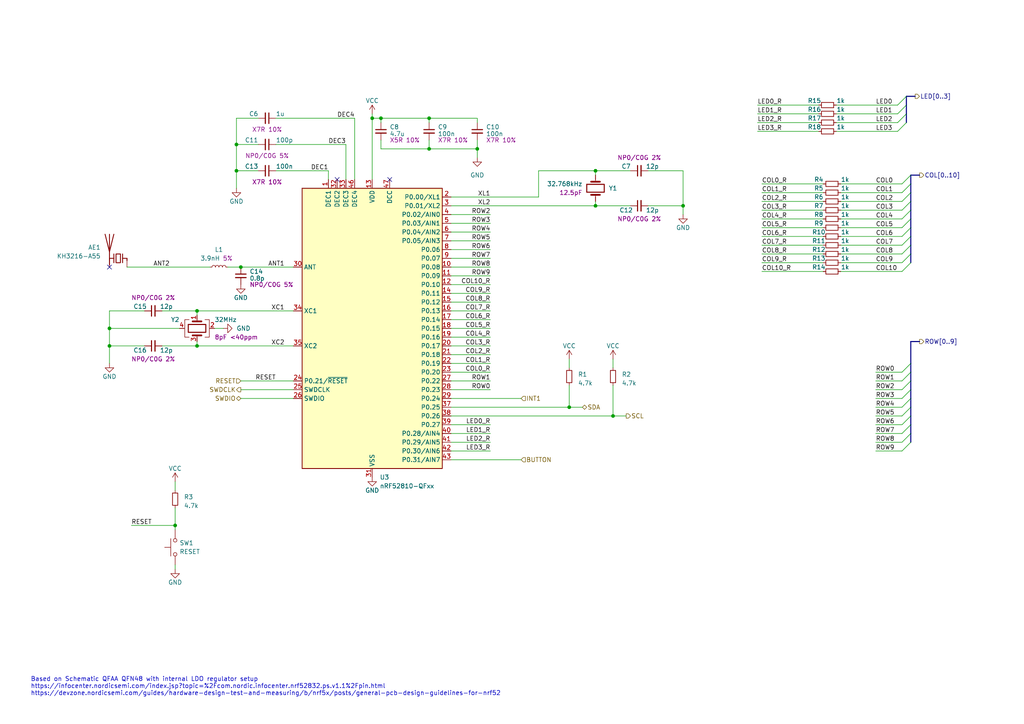
<source format=kicad_sch>
(kicad_sch (version 20230121) (generator eeschema)
  (paper "A4")
  (title_block (title "WordWatch - Controller Board") (date "2023-11-11") (rev "1.0"))
  (lib_symbols
    (symbol "Device:Antenna_Chip" (pin_numbers hide) (pin_names (offset 1.016) hide)
      (property "Reference" "AE" (at 0 5.08 0))
      (property "Value" "Antenna_Chip" (at 0 3.175 0))
      (symbol "Antenna_Chip_0_1"
        (polyline (pts (xy -2.54 0) (xy -2.54 -0.635)) (stroke (width 0.254)))
        (polyline (pts (xy -2.54 0) (xy -1.27 0)) (stroke (width 0.254)))
        (polyline (pts (xy 1.27 0) (xy 2.54 0)) (stroke (width 0.254)))
        (polyline (pts (xy 1.27 1.27) (xy 1.27 -1.27)) (stroke (width 0.254)))
        (polyline (pts (xy 2.54 -0.635) (xy 2.54 0)))
        (polyline (pts (xy 2.54 6.985) (xy 2.54 -1.905)) (stroke (width 0.254)))
        (polyline (pts (xy -1.27 1.27) (xy -1.27 -1.27) (xy -1.27 0)) (stroke (width 0.254)))
        (polyline (pts (xy 3.81 6.985) (xy 2.54 1.905) (xy 1.27 6.985)) (stroke (width 0.254)))
        (polyline (pts (xy -0.635 1.27) (xy 0.635 1.27) (xy 0.635 -1.27) (xy -0.635 -1.27) (xy -0.635 1.27)) (stroke (width 0.254)))
      )
      (symbol "Antenna_Chip_1_1"
        (pin input line (at -2.54 -2.54 90) (length 2.54) (name "FEED") (number "1"))
        (pin passive line (at 2.54 -2.54 90) (length 2.54) (name "PCB_Trace") (number "2"))
      )
    )
    (symbol "Device:C_Small" (pin_numbers hide) (pin_names (offset 0.254) hide)
      (property "Reference" "C" (at 0.254 1.778 0))
      (property "Value" "C_Small" (at 0.254 -2.032 0))
      (symbol "C_Small_0_1"
        (polyline (pts (xy -1.524 -0.508) (xy 1.524 -0.508)) (stroke (width 0.3302)))
        (polyline (pts (xy -1.524 0.508) (xy 1.524 0.508)) (stroke (width 0.3048)))
      )
      (symbol "C_Small_1_1"
        (pin passive line (at 0 2.54 270) (length 2.032) (name "~") (number "1"))
        (pin passive line (at 0 -2.54 90) (length 2.032) (name "~") (number "2"))
      )
    )
    (symbol "Device:Crystal" (pin_numbers hide) (pin_names (offset 1.016) hide)
      (property "Reference" "Y" (at 0 3.81 0))
      (property "Value" "Crystal" (at 0 -3.81 0))
      (symbol "Crystal_0_1"
        (rectangle (start -1.143 2.54) (end 1.143 -2.54) (stroke (width 0.3048)))
        (polyline (pts (xy -2.54 0) (xy -1.905 0)))
        (polyline (pts (xy -1.905 -1.27) (xy -1.905 1.27)) (stroke (width 0.508)))
        (polyline (pts (xy 1.905 -1.27) (xy 1.905 1.27)) (stroke (width 0.508)))
        (polyline (pts (xy 2.54 0) (xy 1.905 0)))
      )
      (symbol "Crystal_1_1"
        (pin passive line (at -3.81 0 0) (length 1.27) (name "1") (number "1"))
        (pin passive line (at 3.81 0 180) (length 1.27) (name "2") (number "2"))
      )
    )
    (symbol "Device:Crystal_GND24" (pin_names (offset 1.016) hide)
      (property "Reference" "Y" (at 3.175 5.08 0))
      (property "Value" "Crystal_GND24" (at 3.175 3.175 0))
      (symbol "Crystal_GND24_0_1"
        (rectangle (start -1.143 2.54) (end 1.143 -2.54) (stroke (width 0.3048)))
        (polyline (pts (xy -2.54 0) (xy -2.032 0)))
        (polyline (pts (xy -2.032 -1.27) (xy -2.032 1.27)) (stroke (width 0.508)))
        (polyline (pts (xy 0 -3.81) (xy 0 -3.556)))
        (polyline (pts (xy 0 3.556) (xy 0 3.81)))
        (polyline (pts (xy 2.032 -1.27) (xy 2.032 1.27)) (stroke (width 0.508)))
        (polyline (pts (xy 2.032 0) (xy 2.54 0)))
        (polyline (pts (xy -2.54 -2.286) (xy -2.54 -3.556) (xy 2.54 -3.556) (xy 2.54 -2.286)))
        (polyline (pts (xy -2.54 2.286) (xy -2.54 3.556) (xy 2.54 3.556) (xy 2.54 2.286)))
      )
      (symbol "Crystal_GND24_1_1"
        (pin passive line (at -3.81 0 0) (length 1.27) (name "1") (number "1"))
        (pin passive line (at 0 5.08 270) (length 1.27) (name "2") (number "2"))
        (pin passive line (at 3.81 0 180) (length 1.27) (name "3") (number "3"))
        (pin passive line (at 0 -5.08 90) (length 1.27) (name "4") (number "4"))
      )
    )
    (symbol "Device:L_Small" (pin_numbers hide) (pin_names (offset 0.254) hide)
      (property "Reference" "L" (at 0.762 1.016 0))
      (property "Value" "L_Small" (at 0.762 -1.016 0))
      (symbol "L_Small_0_1"
        (arc (start 0 -2.032) (mid 0.5058 -1.524) (end 0 -1.016))
        (arc (start 0 -1.016) (mid 0.5058 -0.508) (end 0 0))
        (arc (start 0 0) (mid 0.5058 0.508) (end 0 1.016))
        (arc (start 0 1.016) (mid 0.5058 1.524) (end 0 2.032))
      )
      (symbol "L_Small_1_1"
        (pin passive line (at 0 2.54 270) (length 0.508) (name "~") (number "1"))
        (pin passive line (at 0 -2.54 90) (length 0.508) (name "~") (number "2"))
      )
    )
    (symbol "Device:R_Small" (pin_numbers hide) (pin_names (offset 0.254) hide)
      (property "Reference" "R" (at 0.762 0.508 0))
      (property "Value" "R_Small" (at 0.762 -1.016 0))
      (symbol "R_Small_0_1"
        (rectangle (start -0.762 1.778) (end 0.762 -1.778) (stroke (width 0.2032)))
      )
      (symbol "R_Small_1_1"
        (pin passive line (at 0 2.54 270) (length 0.762) (name "~") (number "1"))
        (pin passive line (at 0 -2.54 90) (length 0.762) (name "~") (number "2"))
      )
    )
    (symbol "MCU_Nordic:nRF52810-QFxx"
      (property "Reference" "U" (at 0 1.27 0))
      (property "Value" "nRF52810-QFxx" (at 0 -1.27 0))
      (symbol "nRF52810-QFxx_0_1"
        (rectangle (start -20.32 40.64) (end 20.32 -40.64) (stroke (width 0.254)) (fill (type background)))
      )
      (symbol "nRF52810-QFxx_1_1"
        (pin passive line (at -12.7 43.18 270) (length 2.54) (name "DEC1") (number "1"))
        (pin bidirectional line (at 22.86 17.78 180) (length 2.54) (name "P0.08") (number "10"))
        (pin bidirectional line (at 22.86 15.24 180) (length 2.54) (name "P0.09") (number "11"))
        (pin bidirectional line (at 22.86 12.7 180) (length 2.54) (name "P0.10") (number "12"))
        (pin power_in line (at 0 43.18 270) (length 2.54) (name "VDD") (number "13"))
        (pin bidirectional line (at 22.86 10.16 180) (length 2.54) (name "P0.11") (number "14"))
        (pin bidirectional line (at 22.86 7.62 180) (length 2.54) (name "P0.12") (number "15"))
        (pin bidirectional line (at 22.86 5.08 180) (length 2.54) (name "P0.13") (number "16"))
        (pin bidirectional line (at 22.86 2.54 180) (length 2.54) (name "P0.14") (number "17"))
        (pin bidirectional line (at 22.86 0 180) (length 2.54) (name "P0.15") (number "18"))
        (pin bidirectional line (at 22.86 -2.54 180) (length 2.54) (name "P0.16") (number "19"))
        (pin bidirectional line (at 22.86 38.1 180) (length 2.54) (name "P0.00/XL1") (number "2"))
        (pin bidirectional line (at 22.86 -5.08 180) (length 2.54) (name "P0.17") (number "20"))
        (pin bidirectional line (at 22.86 -7.62 180) (length 2.54) (name "P0.18") (number "21"))
        (pin bidirectional line (at 22.86 -10.16 180) (length 2.54) (name "P0.19") (number "22"))
        (pin bidirectional line (at 22.86 -12.7 180) (length 2.54) (name "P0.20") (number "23"))
        (pin bidirectional line (at -22.86 -15.24 0) (length 2.54) (name "P0.21/~{RESET}") (number "24"))
        (pin input line (at -22.86 -17.78 0) (length 2.54) (name "SWDCLK") (number "25"))
        (pin bidirectional line (at -22.86 -20.32 0) (length 2.54) (name "SWDIO") (number "26"))
        (pin bidirectional line (at 22.86 -15.24 180) (length 2.54) (name "P0.22") (number "27"))
        (pin bidirectional line (at 22.86 -17.78 180) (length 2.54) (name "P0.23") (number "28"))
        (pin bidirectional line (at 22.86 -20.32 180) (length 2.54) (name "P0.24") (number "29"))
        (pin bidirectional line (at 22.86 35.56 180) (length 2.54) (name "P0.01/XL2") (number "3"))
        (pin passive line (at -22.86 17.78 0) (length 2.54) (name "ANT") (number "30"))
        (pin power_in line (at 0 -43.18 90) (length 2.54) (name "VSS") (number "31"))
        (pin passive line (at -10.16 43.18 270) (length 2.54) (name "DEC2") (number "32"))
        (pin passive line (at -7.62 43.18 270) (length 2.54) (name "DEC3") (number "33"))
        (pin input line (at -22.86 5.08 0) (length 2.54) (name "XC1") (number "34"))
        (pin input line (at -22.86 -5.08 0) (length 2.54) (name "XC2") (number "35"))
        (pin passive line (at 0 43.18 270) (length 2.54) hide (name "VDD") (number "36"))
        (pin bidirectional line (at 22.86 -22.86 180) (length 2.54) (name "P0.25") (number "37"))
        (pin bidirectional line (at 22.86 -25.4 180) (length 2.54) (name "P0.26") (number "38"))
        (pin bidirectional line (at 22.86 -27.94 180) (length 2.54) (name "P0.27") (number "39"))
        (pin bidirectional line (at 22.86 33.02 180) (length 2.54) (name "P0.02/AIN0") (number "4"))
        (pin bidirectional line (at 22.86 -30.48 180) (length 2.54) (name "P0.28/AIN4") (number "40"))
        (pin bidirectional line (at 22.86 -33.02 180) (length 2.54) (name "P0.29/AIN5") (number "41"))
        (pin bidirectional line (at 22.86 -35.56 180) (length 2.54) (name "P0.30/AIN6") (number "42"))
        (pin bidirectional line (at 22.86 -38.1 180) (length 2.54) (name "P0.31/AIN7") (number "43"))
        (pin no_connect line (at -20.32 -30.48 0) (length 2.54) hide (name "NC") (number "44"))
        (pin passive line (at 0 -43.18 90) (length 2.54) hide (name "VSS") (number "45"))
        (pin passive line (at -5.08 43.18 270) (length 2.54) (name "DEC4") (number "46"))
        (pin power_out line (at 5.08 43.18 270) (length 2.54) (name "DCC") (number "47"))
        (pin passive line (at 0 43.18 270) (length 2.54) hide (name "VDD") (number "48"))
        (pin passive line (at 0 -43.18 90) (length 2.54) hide (name "VSS") (number "49"))
        (pin bidirectional line (at 22.86 30.48 180) (length 2.54) (name "P0.03/AIN1") (number "5"))
        (pin bidirectional line (at 22.86 27.94 180) (length 2.54) (name "P0.04/AIN2") (number "6"))
        (pin bidirectional line (at 22.86 25.4 180) (length 2.54) (name "P0.05/AIN3") (number "7"))
        (pin bidirectional line (at 22.86 22.86 180) (length 2.54) (name "P0.06") (number "8"))
        (pin bidirectional line (at 22.86 20.32 180) (length 2.54) (name "P0.07") (number "9"))
      )
    )
    (symbol "Switch:SW_Push" (pin_numbers hide) (pin_names (offset 1.016) hide)
      (property "Reference" "SW" (at 1.27 2.54 0))
      (property "Value" "SW_Push" (at 0 -1.524 0))
      (symbol "SW_Push_0_1"
        (circle (center -2.032 0) (radius 0.508))
        (polyline (pts (xy 0 1.27) (xy 0 3.048)))
        (polyline (pts (xy 2.54 1.27) (xy -2.54 1.27)))
        (circle (center 2.032 0) (radius 0.508))
        (pin passive line (at -5.08 0 0) (length 2.54) (name "1") (number "1"))
        (pin passive line (at 5.08 0 180) (length 2.54) (name "2") (number "2"))
      )
    )
    (symbol "power:GND" (power) (pin_names (offset 0))
      (property "Value" "GND" (at 0 -3.81 0))
      (symbol "GND_0_1"
        (polyline (pts (xy 0 0) (xy 0 -1.27) (xy 1.27 -1.27) (xy 0 -2.54) (xy -1.27 -1.27) (xy 0 -1.27)))
      )
      (symbol "GND_1_1"
        (pin power_in line (at 0 0 270) (length 0) hide (name "GND") (number "1"))
      )
    )
    (symbol "power:VCC" (power) (pin_names (offset 0))
      (property "Value" "VCC" (at 0 3.81 0))
      (symbol "VCC_0_1"
        (polyline (pts (xy -0.762 1.27) (xy 0 2.54)))
        (polyline (pts (xy 0 0) (xy 0 2.54)))
        (polyline (pts (xy 0 2.54) (xy 0.762 1.27)))
      )
      (symbol "VCC_1_1"
        (pin power_in line (at 0 0 90) (length 0) hide (name "VCC") (number "1"))
      )
    )
  )
  (junction (at 31.75 100.33))
  (junction (at 50.8 152.4))
  (junction (at 57.15 100.33))
  (junction (at 31.75 95.25))
  (junction (at 124.46 34.29))
  (junction (at 107.95 34.29))
  (junction (at 69.85 77.47))
  (junction (at 165.1 118.11))
  (junction (at 172.72 59.69))
  (junction (at 177.8 120.65))
  (junction (at 110.49 34.29))
  (junction (at 198.12 59.69))
  (junction (at 172.72 49.53))
  (junction (at 138.43 43.18))
  (junction (at 68.58 49.53))
  (junction (at 124.46 43.18))
  (junction (at 68.58 41.91))
  (junction (at 57.15 90.17))
  (no_connect (at 113.03 52.07))
  (no_connect (at 31.75 77.47))
  (no_connect (at 97.79 52.07))
  (bus_entry (at 261.62 125.73) (size 2.54 -2.54))
  (bus_entry (at 261.62 107.95) (size 2.54 -2.54))
  (bus_entry (at 261.62 123.19) (size 2.54 -2.54))
  (bus_entry (at 261.62 66.04) (size 2.54 -2.54))
  (bus_entry (at 261.62 53.34) (size 2.54 -2.54))
  (bus_entry (at 261.62 130.81) (size 2.54 -2.54))
  (bus_entry (at 261.62 71.12) (size 2.54 -2.54))
  (bus_entry (at 261.62 120.65) (size 2.54 -2.54))
  (bus_entry (at 261.62 76.2) (size 2.54 -2.54))
  (bus_entry (at 261.62 73.66) (size 2.54 -2.54))
  (bus_entry (at 260.35 33.02) (size 2.54 -2.54))
  (bus_entry (at 260.35 35.56) (size 2.54 -2.54))
  (bus_entry (at 261.62 110.49) (size 2.54 -2.54))
  (bus_entry (at 260.35 30.48) (size 2.54 -2.54))
  (bus_entry (at 261.62 68.58) (size 2.54 -2.54))
  (bus_entry (at 261.62 58.42) (size 2.54 -2.54))
  (bus_entry (at 261.62 115.57) (size 2.54 -2.54))
  (bus_entry (at 261.62 60.96) (size 2.54 -2.54))
  (bus_entry (at 261.62 55.88) (size 2.54 -2.54))
  (bus_entry (at 261.62 128.27) (size 2.54 -2.54))
  (bus_entry (at 261.62 78.74) (size 2.54 -2.54))
  (bus_entry (at 260.35 38.1) (size 2.54 -2.54))
  (bus_entry (at 261.62 63.5) (size 2.54 -2.54))
  (bus_entry (at 261.62 113.03) (size 2.54 -2.54))
  (bus_entry (at 261.62 118.11) (size 2.54 -2.54))
  (wire (pts (xy 46.99 100.33) (xy 57.15 100.33)))
  (wire (pts (xy 198.12 49.53) (xy 198.12 59.69)))
  (wire (pts (xy 68.58 41.91) (xy 74.93 41.91)))
  (wire (pts (xy 187.96 59.69) (xy 198.12 59.69)))
  (bus (pts (xy 264.16 66.04) (xy 264.16 68.58)))
  (wire (pts (xy 130.81 97.79) (xy 142.24 97.79)))
  (wire (pts (xy 95.25 49.53) (xy 80.01 49.53)))
  (wire (pts (xy 254 125.73) (xy 261.62 125.73)))
  (wire (pts (xy 242.57 35.56) (xy 260.35 35.56)))
  (wire (pts (xy 130.81 74.93) (xy 142.24 74.93)))
  (wire (pts (xy 165.1 104.14) (xy 165.1 106.68)))
  (wire (pts (xy 130.81 72.39) (xy 142.24 72.39)))
  (wire (pts (xy 130.81 113.03) (xy 142.24 113.03)))
  (wire (pts (xy 242.57 33.02) (xy 260.35 33.02)))
  (bus (pts (xy 264.16 105.41) (xy 264.16 107.95)))
  (wire (pts (xy 57.15 90.17) (xy 57.15 91.44)))
  (wire (pts (xy 165.1 118.11) (xy 168.91 118.11)))
  (wire (pts (xy 220.98 60.96) (xy 238.76 60.96)))
  (wire (pts (xy 130.81 115.57) (xy 151.13 115.57)))
  (wire (pts (xy 138.43 34.29) (xy 124.46 34.29)))
  (bus (pts (xy 264.16 58.42) (xy 264.16 60.96)))
  (wire (pts (xy 62.23 95.25) (xy 64.77 95.25)))
  (wire (pts (xy 69.85 77.47) (xy 85.09 77.47)))
  (bus (pts (xy 262.89 27.94) (xy 262.89 30.48)))
  (bus (pts (xy 264.16 68.58) (xy 264.16 71.12)))
  (wire (pts (xy 57.15 100.33) (xy 85.09 100.33)))
  (bus (pts (xy 264.16 115.57) (xy 264.16 118.11)))
  (wire (pts (xy 220.98 73.66) (xy 238.76 73.66)))
  (wire (pts (xy 46.99 90.17) (xy 57.15 90.17)))
  (wire (pts (xy 198.12 62.23) (xy 198.12 59.69)))
  (wire (pts (xy 220.98 55.88) (xy 238.76 55.88)))
  (wire (pts (xy 151.13 133.35) (xy 130.81 133.35)))
  (wire (pts (xy 57.15 99.06) (xy 57.15 100.33)))
  (wire (pts (xy 219.71 38.1) (xy 237.49 38.1)))
  (wire (pts (xy 254 120.65) (xy 261.62 120.65)))
  (wire (pts (xy 107.95 34.29) (xy 110.49 34.29)))
  (bus (pts (xy 264.16 113.03) (xy 264.16 115.57)))
  (wire (pts (xy 130.81 80.01) (xy 142.24 80.01)))
  (wire (pts (xy 130.81 120.65) (xy 177.8 120.65)))
  (wire (pts (xy 107.95 34.29) (xy 107.95 52.07)))
  (wire (pts (xy 130.81 118.11) (xy 165.1 118.11)))
  (wire (pts (xy 69.85 115.57) (xy 85.09 115.57)))
  (wire (pts (xy 138.43 40.64) (xy 138.43 43.18)))
  (wire (pts (xy 95.25 49.53) (xy 95.25 52.07)))
  (wire (pts (xy 220.98 76.2) (xy 238.76 76.2)))
  (wire (pts (xy 243.84 76.2) (xy 261.62 76.2)))
  (wire (pts (xy 38.1 152.4) (xy 50.8 152.4)))
  (wire (pts (xy 68.58 49.53) (xy 74.93 49.53)))
  (wire (pts (xy 130.81 128.27) (xy 142.24 128.27)))
  (wire (pts (xy 130.81 107.95) (xy 142.24 107.95)))
  (wire (pts (xy 130.81 64.77) (xy 142.24 64.77)))
  (wire (pts (xy 66.04 77.47) (xy 69.85 77.47)))
  (bus (pts (xy 264.16 55.88) (xy 264.16 58.42)))
  (wire (pts (xy 124.46 43.18) (xy 138.43 43.18)))
  (wire (pts (xy 110.49 35.56) (xy 110.49 34.29)))
  (wire (pts (xy 242.57 30.48) (xy 260.35 30.48)))
  (wire (pts (xy 219.71 33.02) (xy 237.49 33.02)))
  (wire (pts (xy 242.57 38.1) (xy 260.35 38.1)))
  (wire (pts (xy 31.75 95.25) (xy 31.75 100.33)))
  (wire (pts (xy 41.91 90.17) (xy 31.75 90.17)))
  (wire (pts (xy 219.71 30.48) (xy 237.49 30.48)))
  (bus (pts (xy 266.7 99.06) (xy 264.16 99.06)))
  (wire (pts (xy 243.84 63.5) (xy 261.62 63.5)))
  (bus (pts (xy 264.16 118.11) (xy 264.16 120.65)))
  (wire (pts (xy 130.81 59.69) (xy 172.72 59.69)))
  (wire (pts (xy 110.49 43.18) (xy 124.46 43.18)))
  (bus (pts (xy 264.16 63.5) (xy 264.16 66.04)))
  (wire (pts (xy 220.98 68.58) (xy 238.76 68.58)))
  (wire (pts (xy 110.49 34.29) (xy 124.46 34.29)))
  (wire (pts (xy 156.21 57.15) (xy 156.21 49.53)))
  (wire (pts (xy 254 110.49) (xy 261.62 110.49)))
  (bus (pts (xy 262.89 27.94) (xy 265.43 27.94)))
  (wire (pts (xy 130.81 87.63) (xy 142.24 87.63)))
  (wire (pts (xy 156.21 49.53) (xy 172.72 49.53)))
  (wire (pts (xy 172.72 49.53) (xy 172.72 50.8)))
  (wire (pts (xy 130.81 77.47) (xy 142.24 77.47)))
  (bus (pts (xy 264.16 123.19) (xy 264.16 125.73)))
  (wire (pts (xy 219.71 35.56) (xy 237.49 35.56)))
  (wire (pts (xy 220.98 66.04) (xy 238.76 66.04)))
  (wire (pts (xy 220.98 71.12) (xy 238.76 71.12)))
  (wire (pts (xy 254 115.57) (xy 261.62 115.57)))
  (bus (pts (xy 264.16 107.95) (xy 264.16 110.49)))
  (bus (pts (xy 264.16 53.34) (xy 264.16 55.88)))
  (wire (pts (xy 130.81 57.15) (xy 156.21 57.15)))
  (wire (pts (xy 243.84 55.88) (xy 261.62 55.88)))
  (wire (pts (xy 243.84 73.66) (xy 261.62 73.66)))
  (bus (pts (xy 262.89 33.02) (xy 262.89 35.56)))
  (wire (pts (xy 254 128.27) (xy 261.62 128.27)))
  (wire (pts (xy 130.81 100.33) (xy 142.24 100.33)))
  (wire (pts (xy 243.84 66.04) (xy 261.62 66.04)))
  (wire (pts (xy 68.58 41.91) (xy 68.58 49.53)))
  (wire (pts (xy 254 107.95) (xy 261.62 107.95)))
  (wire (pts (xy 50.8 139.7) (xy 50.8 142.24)))
  (wire (pts (xy 220.98 53.34) (xy 238.76 53.34)))
  (wire (pts (xy 182.88 49.53) (xy 172.72 49.53)))
  (wire (pts (xy 31.75 105.41) (xy 31.75 100.33)))
  (wire (pts (xy 172.72 58.42) (xy 172.72 59.69)))
  (bus (pts (xy 264.16 120.65) (xy 264.16 123.19)))
  (bus (pts (xy 264.16 50.8) (xy 264.16 53.34)))
  (wire (pts (xy 130.81 67.31) (xy 142.24 67.31)))
  (wire (pts (xy 187.96 49.53) (xy 198.12 49.53)))
  (wire (pts (xy 50.8 163.83) (xy 50.8 165.1)))
  (bus (pts (xy 264.16 60.96) (xy 264.16 63.5)))
  (wire (pts (xy 124.46 40.64) (xy 124.46 43.18)))
  (wire (pts (xy 130.81 90.17) (xy 142.24 90.17)))
  (wire (pts (xy 130.81 125.73) (xy 142.24 125.73)))
  (bus (pts (xy 262.89 33.02) (xy 262.89 30.48)))
  (wire (pts (xy 130.81 69.85) (xy 142.24 69.85)))
  (wire (pts (xy 130.81 62.23) (xy 142.24 62.23)))
  (wire (pts (xy 31.75 90.17) (xy 31.75 95.25)))
  (wire (pts (xy 243.84 71.12) (xy 261.62 71.12)))
  (wire (pts (xy 130.81 92.71) (xy 142.24 92.71)))
  (wire (pts (xy 165.1 111.76) (xy 165.1 118.11)))
  (wire (pts (xy 130.81 130.81) (xy 142.24 130.81)))
  (wire (pts (xy 254 123.19) (xy 261.62 123.19)))
  (bus (pts (xy 264.16 125.73) (xy 264.16 128.27)))
  (wire (pts (xy 220.98 78.74) (xy 238.76 78.74)))
  (wire (pts (xy 130.81 102.87) (xy 142.24 102.87)))
  (wire (pts (xy 130.81 95.25) (xy 142.24 95.25)))
  (wire (pts (xy 254 118.11) (xy 261.62 118.11)))
  (wire (pts (xy 254 113.03) (xy 261.62 113.03)))
  (wire (pts (xy 243.84 78.74) (xy 261.62 78.74)))
  (wire (pts (xy 172.72 59.69) (xy 182.88 59.69)))
  (wire (pts (xy 177.8 106.68) (xy 177.8 104.14)))
  (wire (pts (xy 177.8 120.65) (xy 181.61 120.65)))
  (wire (pts (xy 50.8 152.4) (xy 50.8 147.32)))
  (bus (pts (xy 266.7 50.8) (xy 264.16 50.8)))
  (wire (pts (xy 68.58 34.29) (xy 68.58 41.91)))
  (wire (pts (xy 110.49 43.18) (xy 110.49 40.64)))
  (bus (pts (xy 264.16 110.49) (xy 264.16 113.03)))
  (wire (pts (xy 138.43 35.56) (xy 138.43 34.29)))
  (wire (pts (xy 80.01 41.91) (xy 100.33 41.91)))
  (wire (pts (xy 177.8 111.76) (xy 177.8 120.65)))
  (wire (pts (xy 243.84 58.42) (xy 261.62 58.42)))
  (wire (pts (xy 220.98 58.42) (xy 238.76 58.42)))
  (wire (pts (xy 130.81 85.09) (xy 142.24 85.09)))
  (wire (pts (xy 124.46 35.56) (xy 124.46 34.29)))
  (wire (pts (xy 74.93 34.29) (xy 68.58 34.29)))
  (wire (pts (xy 102.87 34.29) (xy 102.87 52.07)))
  (wire (pts (xy 57.15 90.17) (xy 85.09 90.17)))
  (wire (pts (xy 243.84 53.34) (xy 261.62 53.34)))
  (wire (pts (xy 69.85 113.03) (xy 85.09 113.03)))
  (bus (pts (xy 264.16 73.66) (xy 264.16 76.2)))
  (wire (pts (xy 36.83 77.47) (xy 60.96 77.47)))
  (wire (pts (xy 138.43 45.72) (xy 138.43 43.18)))
  (wire (pts (xy 243.84 60.96) (xy 261.62 60.96)))
  (wire (pts (xy 130.81 123.19) (xy 142.24 123.19)))
  (wire (pts (xy 102.87 34.29) (xy 80.01 34.29)))
  (wire (pts (xy 243.84 68.58) (xy 261.62 68.58)))
  (wire (pts (xy 130.81 82.55) (xy 142.24 82.55)))
  (bus (pts (xy 264.16 71.12) (xy 264.16 73.66)))
  (wire (pts (xy 50.8 152.4) (xy 50.8 153.67)))
  (bus (pts (xy 264.16 99.06) (xy 264.16 105.41)))
  (wire (pts (xy 130.81 110.49) (xy 142.24 110.49)))
  (wire (pts (xy 254 130.81) (xy 261.62 130.81)))
  (wire (pts (xy 69.85 110.49) (xy 85.09 110.49)))
  (wire (pts (xy 100.33 52.07) (xy 100.33 41.91)))
  (wire (pts (xy 31.75 100.33) (xy 41.91 100.33)))
  (wire (pts (xy 220.98 63.5) (xy 238.76 63.5)))
  (wire (pts (xy 68.58 49.53) (xy 68.58 54.61)))
  (wire (pts (xy 31.75 95.25) (xy 52.07 95.25)))
  (wire (pts (xy 107.95 33.02) (xy 107.95 34.29)))
  (wire (pts (xy 130.81 105.41) (xy 142.24 105.41)))
  (text "Based on Schematic QFAA QFN48 with internal LDO regulator setup\nhttps://infocenter.nordicsemi.com/index.jsp?topic=%2Fcom.nordic.infocenter.nrf52832.ps.v1.1%2Fpin.html\nhttps://devzone.nordicsemi.com/guides/hardware-design-test-and-measuring/b/nrf5x/posts/general-pcb-design-guidelines-for-nrf52" (at 8.89 201.93 0) (effects (font (size 1.27 1.27)) (justify left bottom)))
  (label "ROW3" (at 142.24 64.77 180))
  (label "ROW1" (at 254 110.49 0))
  (label "ROW4" (at 254 118.11 0))
  (label "ROW9" (at 254 130.81 0))
  (label "XC1" (at 82.55 90.17 180))
  (label "DEC3" (at 100.33 41.91 180))
  (label "ROW7" (at 142.24 74.93 180))
  (label "COL7_R" (at 142.24 90.17 180))
  (label "COL3" (at 254 60.96 0))
  (label "COL3_R" (at 142.24 100.33 180))
  (label "COL9_R" (at 220.98 76.2 0))
  (label "XL2" (at 142.24 59.69 180))
  (label "COL5_R" (at 142.24 95.25 180))
  (label "ROW8" (at 254 128.27 0))
  (label "LED3_R" (at 142.24 130.81 180))
  (label "COL7" (at 254 71.12 0))
  (label "RESET" (at 38.1 152.4 0))
  (label "COL1" (at 254 55.88 0))
  (label "ROW2" (at 142.24 62.23 180))
  (label "COL3_R" (at 220.98 60.96 0))
  (label "COL10" (at 254 78.74 0))
  (label "ROW0" (at 254 107.95 0))
  (label "COL8_R" (at 220.98 73.66 0))
  (label "COL9_R" (at 142.24 85.09 180))
  (label "COL6_R" (at 142.24 92.71 180))
  (label "LED2_R" (at 142.24 128.27 180))
  (label "LED1" (at 254 33.02 0))
  (label "ROW4" (at 142.24 67.31 180))
  (label "LED3_R" (at 219.71 38.1 0))
  (label "COL7_R" (at 220.98 71.12 0))
  (label "ROW6" (at 142.24 72.39 180))
  (label "LED3" (at 254 38.1 0))
  (label "COL5_R" (at 220.98 66.04 0))
  (label "ANT1" (at 82.55 77.47 180))
  (label "COL2_R" (at 220.98 58.42 0))
  (label "COL1_R" (at 142.24 105.41 180))
  (label "COL4_R" (at 142.24 97.79 180))
  (label "COL4_R" (at 220.98 63.5 0))
  (label "COL2_R" (at 142.24 102.87 180))
  (label "ROW7" (at 254 125.73 0))
  (label "ROW8" (at 142.24 77.47 180))
  (label "LED0_R" (at 219.71 30.48 0))
  (label "LED2" (at 254 35.56 0))
  (label "COL1_R" (at 220.98 55.88 0))
  (label "ROW9" (at 142.24 80.01 180))
  (label "ROW5" (at 142.24 69.85 180))
  (label "COL8_R" (at 142.24 87.63 180))
  (label "ANT2" (at 44.45 77.47 0))
  (label "COL6" (at 254 68.58 0))
  (label "ROW6" (at 254 123.19 0))
  (label "ROW5" (at 254 120.65 0))
  (label "LED0" (at 254 30.48 0))
  (label "DEC4" (at 102.87 34.29 180))
  (label "ROW0" (at 142.24 113.03 180))
  (label "COL0_R" (at 142.24 107.95 180))
  (label "ROW2" (at 254 113.03 0))
  (label "COL6_R" (at 220.98 68.58 0))
  (label "XC2" (at 82.55 100.33 180))
  (label "DEC1" (at 95.25 49.53 180))
  (label "XL1" (at 142.24 57.15 180))
  (label "LED1_R" (at 142.24 125.73 180))
  (label "COL10_R" (at 142.24 82.55 180))
  (label "COL5" (at 254 66.04 0))
  (label "ROW3" (at 254 115.57 0))
  (label "COL8" (at 254 73.66 0))
  (label "COL4" (at 254 63.5 0))
  (label "LED2_R" (at 219.71 35.56 0))
  (label "LED0_R" (at 142.24 123.19 180))
  (label "COL0_R" (at 220.98 53.34 0))
  (label "COL9" (at 254 76.2 0))
  (label "LED1_R" (at 219.71 33.02 0))
  (label "ROW1" (at 142.24 110.49 180))
  (label "RESET" (at 80.01 110.49 180))
  (label "COL10_R" (at 220.98 78.74 0))
  (label "COL2" (at 254 58.42 0))
  (label "COL0" (at 254 53.34 0))
  (hierarchical_label "COL[0..10]" (shape output) (at 266.7 50.8 0))
  (hierarchical_label "LED[0..3]" (shape output) (at 265.43 27.94 0))
  (hierarchical_label "SDA" (shape bidirectional) (at 168.91 118.11 0))
  (hierarchical_label "INT1" (shape input) (at 151.13 115.57 0))
  (hierarchical_label "ROW[0..9]" (shape output) (at 266.7 99.06 0))
  (hierarchical_label "SWDCLK" (shape output) (at 69.85 113.03 180))
  (hierarchical_label "SCL" (shape output) (at 181.61 120.65 0))
  (hierarchical_label "RESET" (shape input) (at 69.85 110.49 180))
  (hierarchical_label "BUTTON" (shape input) (at 151.13 133.35 0))
  (hierarchical_label "SWDIO" (shape bidirectional) (at 69.85 115.57 180))
  (symbol (lib_id "Device:C_Small") (at 69.85 80.01 0) (mirror y) (unit 1)
    (property "Reference" "C14" (at 72.39 78.74 0) (effects (justify right)))
    (property "Value" "0.8p" (at 72.39 80.01 0) (effects (justify right top)))
    (property "Footprint" "Capacitor_SMD:C_0402_1005Metric" (effects hide))
    (property "Description" "NP0/C0G 5%" (at 72.39 82.55 0) (effects (justify right)))
    (instances (project "ControllerBoard" (path "" (reference "C14") (unit 1))) (project "WordClock" (path "" (reference "C10") (unit 1))))
  )
  (symbol (lib_id "Device:C_Small") (at 77.47 34.29 270) (unit 1)
    (property "Reference" "C6" (at 74.93 33.02 90) (effects (justify right)))
    (property "Value" "1u" (at 80.01 33.02 90) (effects (justify left)))
    (property "Footprint" "Capacitor_SMD:C_0603_1608Metric" (effects hide))
    (property "Description" "X7R 10%" (at 77.47 36.83 90) (effects (justify top)))
    (instances (project "ControllerBoard" (path "" (reference "C6") (unit 1))) (project "WordClock" (path "" (reference "C8") (unit 1))))
  )
  (symbol (lib_id "Device:Crystal_GND24") (at 57.15 95.25 270) (unit 1)
    (property "Reference" "Y2" (at 50.8 92.71 90))
    (property "Value" "32MHz" (at 62.23 92.71 90) (effects (justify left)))
    (property "Footprint" "Oscillator:Oscillator_SMD_Abracon_ASCO-4Pin_1.6x1.2mm" (effects hide))
    (property "Description" "8pF <40ppm" (at 62.23 97.79 90) (effects (justify left)))
  )
  (symbol (lib_id "Switch:SW_Push") (at 50.8 158.75 90) (unit 1)
    (property "Reference" "SW1" (at 52.07 157.48 90) (effects (justify right)))
    (property "Value" "RESET" (at 52.07 160.02 90) (effects (justify right)))
    (property "Footprint" "Button_Switch_SMD:SW_Push_SPST_NO_Alps_SKRK" (effects hide))
  )
  (symbol (lib_id "Device:C_Small") (at 124.46 38.1 0) (mirror y) (unit 1)
    (property "Reference" "C9" (at 127 36.83 0) (effects (justify right)))
    (property "Value" "100n" (at 127 38.1 0) (effects (justify right top)))
    (property "Footprint" "Capacitor_SMD:C_0402_1005Metric" (effects hide))
    (property "Description" "X7R 10%" (at 127 40.64 0) (effects (justify right)))
    (instances (project "ControllerBoard" (path "" (reference "C9") (unit 1))) (project "WordClock" (path "" (reference "C10") (unit 1))))
  )
  (symbol (lib_id "Device:R_Small") (at 240.03 38.1 90) (unit 1)
    (property "Reference" "R18" (at 236.22 36.83 90))
    (property "Value" "1k" (at 243.84 36.83 90))
    (property "Footprint" "Resistor_SMD:R_0402_1005Metric" (effects hide))
    (instances (project "ControllerBoard" (path "" (reference "R18") (unit 1))) (project "WordClock" (path "" (reference "R2") (unit 1))))
  )
  (symbol (lib_id "Device:R_Small") (at 240.03 35.56 90) (unit 1)
    (property "Reference" "R17" (at 236.22 34.29 90))
    (property "Value" "1k" (at 243.84 34.29 90))
    (property "Footprint" "Resistor_SMD:R_0402_1005Metric" (effects hide))
    (instances (project "ControllerBoard" (path "" (reference "R17") (unit 1))) (project "WordClock" (path "" (reference "R2") (unit 1))))
  )
  (symbol (lib_id "power:GND") (at 69.85 82.55 0) (unit 1)
    (property "Reference" "#PWR016" (effects hide))
    (property "Value" "GND" (at 69.85 86.36 0))
    (instances (project "ControllerBoard" (path "" (reference "#PWR016") (unit 1))) (project "WordClock" (path "" (reference "#PWR011") (unit 1))))
  )
  (symbol (lib_id "power:GND") (at 107.95 138.43 0) (unit 1)
    (property "Reference" "#PWR022" (effects hide))
    (property "Value" "GND" (at 107.95 142.24 0))
    (instances (project "ControllerBoard" (path "" (reference "#PWR022") (unit 1))) (project "WordClock" (path "" (reference "#PWR011") (unit 1))))
  )
  (symbol (lib_id "Device:R_Small") (at 241.3 71.12 90) (unit 1)
    (property "Reference" "R11" (at 237.49 69.85 90))
    (property "Value" "1k" (at 245.11 69.85 90))
    (property "Footprint" "Resistor_SMD:R_0402_1005Metric" (effects hide))
    (instances (project "ControllerBoard" (path "" (reference "R11") (unit 1))) (project "WordClock" (path "" (reference "R2") (unit 1))))
  )
  (symbol (lib_id "Device:C_Small") (at 44.45 90.17 90) (mirror x) (unit 1)
    (property "Reference" "C15" (at 40.64 88.9 90))
    (property "Value" "12p" (at 48.26 88.9 90))
    (property "Footprint" "Capacitor_SMD:C_0402_1005Metric" (effects hide))
    (property "Description" "NP0/C0G 2%" (at 44.45 86.36 90))
    (instances (project "ControllerBoard" (path "" (reference "C15") (unit 1))) (project "WordClock" (path "" (reference "C11") (unit 1))))
  )
  (symbol (lib_id "Device:C_Small") (at 138.43 38.1 0) (mirror y) (unit 1)
    (property "Reference" "C10" (at 140.97 36.83 0) (effects (justify right)))
    (property "Value" "100n" (at 140.97 38.1 0) (effects (justify right top)))
    (property "Footprint" "Capacitor_SMD:C_0402_1005Metric" (effects hide))
    (property "Description" "X7R 10%" (at 140.97 40.64 0) (effects (justify right)))
  )
  (symbol (lib_id "Device:R_Small") (at 240.03 30.48 90) (unit 1)
    (property "Reference" "R15" (at 236.22 29.21 90))
    (property "Value" "1k" (at 243.84 29.21 90))
    (property "Footprint" "Resistor_SMD:R_0402_1005Metric" (effects hide))
    (instances (project "ControllerBoard" (path "" (reference "R15") (unit 1))) (project "WordClock" (path "" (reference "R2") (unit 1))))
  )
  (symbol (lib_id "Device:R_Small") (at 165.1 109.22 180) (unit 1)
    (property "Reference" "R1" (at 167.64 108.585 0) (effects (justify right)))
    (property "Value" "4.7k" (at 167.64 111.125 0) (effects (justify right)))
    (property "Footprint" "Resistor_SMD:R_0402_1005Metric" (effects hide))
  )
  (symbol (lib_id "power:GND") (at 31.75 105.41 0) (unit 1)
    (property "Reference" "#PWR021" (effects hide))
    (property "Value" "GND" (at 31.75 109.22 0))
    (instances (project "ControllerBoard" (path "" (reference "#PWR021") (unit 1))) (project "WordClock" (path "" (reference "#PWR014") (unit 1))))
  )
  (symbol (lib_id "Device:R_Small") (at 240.03 33.02 90) (unit 1)
    (property "Reference" "R16" (at 236.22 31.75 90))
    (property "Value" "1k" (at 243.84 31.75 90))
    (property "Footprint" "Resistor_SMD:R_0402_1005Metric" (effects hide))
    (instances (project "ControllerBoard" (path "" (reference "R16") (unit 1))) (project "WordClock" (path "" (reference "R2") (unit 1))))
  )
  (symbol (lib_id "power:GND") (at 198.12 62.23 0) (mirror y) (unit 1)
    (property "Reference" "#PWR014" (effects hide))
    (property "Value" "GND" (at 198.12 66.04 0))
    (instances (project "ControllerBoard" (path "" (reference "#PWR014") (unit 1))) (project "WordClock" (path "" (reference "#PWR07") (unit 1))))
  )
  (symbol (lib_id "Device:R_Small") (at 241.3 76.2 90) (unit 1)
    (property "Reference" "R13" (at 237.49 74.93 90))
    (property "Value" "1k" (at 245.11 74.93 90))
    (property "Footprint" "Resistor_SMD:R_0402_1005Metric" (effects hide))
    (instances (project "ControllerBoard" (path "" (reference "R13") (unit 1))) (project "WordClock" (path "" (reference "R2") (unit 1))))
  )
  (symbol (lib_id "Device:R_Small") (at 241.3 58.42 90) (unit 1)
    (property "Reference" "R6" (at 237.49 57.15 90))
    (property "Value" "1k" (at 245.11 57.15 90))
    (property "Footprint" "Resistor_SMD:R_0402_1005Metric" (effects hide))
    (instances (project "ControllerBoard" (path "" (reference "R6") (unit 1))) (project "WordClock" (path "" (reference "R2") (unit 1))))
  )
  (symbol (lib_id "Device:R_Small") (at 241.3 66.04 90) (unit 1)
    (property "Reference" "R9" (at 237.49 64.77 90))
    (property "Value" "1k" (at 245.11 64.77 90))
    (property "Footprint" "Resistor_SMD:R_0402_1005Metric" (effects hide))
    (instances (project "ControllerBoard" (path "" (reference "R9") (unit 1))) (project "WordClock" (path "" (reference "R2") (unit 1))))
  )
  (symbol (lib_id "Device:R_Small") (at 241.3 78.74 90) (unit 1)
    (property "Reference" "R14" (at 237.49 77.47 90))
    (property "Value" "1k" (at 245.11 77.47 90))
    (property "Footprint" "Resistor_SMD:R_0402_1005Metric" (effects hide))
    (instances (project "ControllerBoard" (path "" (reference "R14") (unit 1))) (project "WordClock" (path "" (reference "R2") (unit 1))))
  )
  (symbol (lib_id "power:VCC") (at 107.95 33.02 0) (unit 1)
    (property "Reference" "#PWR012" (effects hide))
    (property "Value" "VCC" (at 107.95 29.21 0))
    (instances (project "ControllerBoard" (path "" (reference "#PWR012") (unit 1))) (project "WordClock" (path "" (reference "#PWR05") (unit 1))))
  )
  (symbol (lib_id "Device:R_Small") (at 50.8 144.78 180) (unit 1)
    (property "Reference" "R3" (at 53.34 144.145 0) (effects (justify right)))
    (property "Value" "4.7k" (at 53.34 146.685 0) (effects (justify right)))
    (property "Footprint" "Resistor_SMD:R_0402_1005Metric" (effects hide))
    (instances (project "ControllerBoard" (path "" (reference "R3") (unit 1))) (project "WordClock" (path "" (reference "R1") (unit 1))))
  )
  (symbol (lib_id "Device:R_Small") (at 241.3 53.34 90) (unit 1)
    (property "Reference" "R4" (at 237.49 52.07 90))
    (property "Value" "1k" (at 245.11 52.07 90))
    (property "Footprint" "Resistor_SMD:R_0402_1005Metric" (effects hide))
    (instances (project "ControllerBoard" (path "" (reference "R4") (unit 1))) (project "WordClock" (path "" (reference "R2") (unit 1))))
  )
  (symbol (lib_id "Device:R_Small") (at 241.3 60.96 90) (unit 1)
    (property "Reference" "R7" (at 237.49 59.69 90))
    (property "Value" "1k" (at 245.11 59.69 90))
    (property "Footprint" "Resistor_SMD:R_0402_1005Metric" (effects hide))
    (instances (project "ControllerBoard" (path "" (reference "R7") (unit 1))) (project "WordClock" (path "" (reference "R2") (unit 1))))
  )
  (symbol (lib_id "Device:R_Small") (at 241.3 55.88 90) (unit 1)
    (property "Reference" "R5" (at 237.49 54.61 90))
    (property "Value" "1k" (at 245.11 54.61 90))
    (property "Footprint" "Resistor_SMD:R_0402_1005Metric" (effects hide))
    (instances (project "ControllerBoard" (path "" (reference "R5") (unit 1))) (project "WordClock" (path "" (reference "R2") (unit 1))))
  )
  (symbol (lib_id "Device:R_Small") (at 241.3 73.66 90) (unit 1)
    (property "Reference" "R12" (at 237.49 72.39 90))
    (property "Value" "1k" (at 245.11 72.39 90))
    (property "Footprint" "Resistor_SMD:R_0402_1005Metric" (effects hide))
    (instances (project "ControllerBoard" (path "" (reference "R12") (unit 1))) (project "WordClock" (path "" (reference "R2") (unit 1))))
  )
  (symbol (lib_id "Device:R_Small") (at 241.3 63.5 90) (unit 1)
    (property "Reference" "R8" (at 237.49 62.23 90))
    (property "Value" "1k" (at 245.11 62.23 90))
    (property "Footprint" "Resistor_SMD:R_0402_1005Metric" (effects hide))
    (instances (project "ControllerBoard" (path "" (reference "R8") (unit 1))) (project "WordClock" (path "" (reference "R2") (unit 1))))
  )
  (symbol (lib_id "Device:C_Small") (at 44.45 100.33 90) (unit 1)
    (property "Reference" "C16" (at 40.64 101.6 90))
    (property "Value" "12p" (at 48.26 101.6 90))
    (property "Footprint" "Capacitor_SMD:C_0402_1005Metric" (effects hide))
    (property "Description" "NP0/C0G 2%" (at 44.45 104.14 90))
    (instances (project "ControllerBoard" (path "" (reference "C16") (unit 1))) (project "WordClock" (path "" (reference "C12") (unit 1))))
  )
  (symbol (lib_id "power:GND") (at 68.58 54.61 0) (unit 1)
    (property "Reference" "#PWR015" (effects hide))
    (property "Value" "GND" (at 68.58 58.42 0))
    (instances (project "ControllerBoard" (path "" (reference "#PWR015") (unit 1))) (project "WordClock" (path "" (reference "#PWR011") (unit 1))))
  )
  (symbol (lib_id "Device:L_Small") (at 63.5 77.47 90) (unit 1)
    (property "Reference" "L1" (at 63.5 72.39 90))
    (property "Value" "3.9nH" (at 60.96 74.93 90))
    (property "Footprint" "Inductor_SMD:L_0402_1005Metric" (effects hide))
    (property "Description" "5%" (at 66.04 74.93 90))
    (instances (project "ControllerBoard" (path "" (reference "L1") (unit 1))) (project "WordClock" (path "" (reference "L3") (unit 1))))
  )
  (symbol (lib_id "Device:C_Small") (at 110.49 38.1 0) (mirror y) (unit 1)
    (property "Reference" "C8" (at 113.03 36.83 0) (effects (justify right)))
    (property "Value" "4.7u" (at 113.03 38.1 0) (effects (justify right top)))
    (property "Footprint" "Capacitor_SMD:C_0603_1608Metric" (effects hide))
    (property "Description" "X5R 10%" (at 113.03 40.64 0) (effects (justify right)))
    (instances (project "ControllerBoard" (path "" (reference "C8") (unit 1))) (project "WordClock" (path "" (reference "C10") (unit 1))))
  )
  (symbol (lib_id "Device:Antenna_Chip") (at 34.29 74.93 0) (mirror y) (unit 1)
    (property "Reference" "AE1" (at 29.21 71.755 0) (effects (justify left)))
    (property "Value" "KH3216-A55" (at 29.21 74.295 0) (effects (justify left)))
    (property "Footprint" "Resistor_SMD:R_1206_3216Metric" (effects hide))
  )
  (symbol (lib_id "MCU_Nordic:nRF52810-QFxx") (at 107.95 95.25 0) (unit 1)
    (property "Reference" "U3" (at 110.1441 138.43 0) (effects (justify left)))
    (property "Value" "nRF52810-QFxx" (at 110.1441 140.97 0) (effects (justify left)))
    (property "Footprint" "Package_DFN_QFN:QFN-48-1EP_6x6mm_P0.4mm_EP4.6x4.6mm" (effects hide))
    (property "Datasheet" "http://infocenter.nordicsemi.com/pdf/nRF52810_PS_v1.1.pdf" (effects hide))
  )
  (symbol (lib_id "Device:C_Small") (at 185.42 49.53 90) (mirror x) (unit 1)
    (property "Reference" "C7" (at 181.61 48.26 90))
    (property "Value" "12p" (at 189.23 48.26 90))
    (property "Footprint" "Capacitor_SMD:C_0402_1005Metric" (effects hide))
    (property "Description" "NP0/C0G 2%" (at 185.42 45.72 90))
    (instances (project "ControllerBoard" (path "" (reference "C7") (unit 1))) (project "WordClock" (path "" (reference "C11") (unit 1))))
  )
  (symbol (lib_id "Device:C_Small") (at 185.42 59.69 90) (unit 1)
    (property "Reference" "C12" (at 181.61 60.96 90))
    (property "Value" "12p" (at 189.23 60.96 90))
    (property "Footprint" "Capacitor_SMD:C_0402_1005Metric" (effects hide))
    (property "Description" "NP0/C0G 2%" (at 185.42 63.5 90))
  )
  (symbol (lib_id "power:GND") (at 64.77 95.25 90) (unit 1)
    (property "Reference" "#PWR020" (effects hide))
    (property "Value" "GND" (at 68.58 95.25 90) (effects (justify right)))
    (instances (project "ControllerBoard" (path "" (reference "#PWR020") (unit 1))) (project "WordClock" (path "" (reference "#PWR013") (unit 1))))
  )
  (symbol (lib_id "Device:R_Small") (at 177.8 109.22 0) (unit 1)
    (property "Reference" "R2" (at 180.34 108.585 0) (effects (justify left)))
    (property "Value" "4.7k" (at 180.34 111.125 0) (effects (justify left)))
    (property "Footprint" "Resistor_SMD:R_0402_1005Metric" (effects hide))
  )
  (symbol (lib_id "power:GND") (at 138.43 45.72 0) (mirror y) (unit 1)
    (property "Reference" "#PWR013" (effects hide))
    (property "Value" "GND" (at 138.43 50.8 0))
    (instances (project "ControllerBoard" (path "" (reference "#PWR013") (unit 1))) (project "WordClock" (path "" (reference "#PWR06") (unit 1))))
  )
  (symbol (lib_id "Device:C_Small") (at 77.47 49.53 270) (unit 1)
    (property "Reference" "C13" (at 74.93 48.26 90) (effects (justify right)))
    (property "Value" "100n" (at 80.01 48.26 90) (effects (justify left)))
    (property "Footprint" "Capacitor_SMD:C_0402_1005Metric" (effects hide))
    (property "Description" "X7R 10%" (at 77.47 52.07 90) (effects (justify top)))
    (instances (project "ControllerBoard" (path "" (reference "C13") (unit 1))) (project "WordClock" (path "" (reference "C8") (unit 1))))
  )
  (symbol (lib_id "power:VCC") (at 177.8 104.14 0) (unit 1)
    (property "Reference" "#PWR04" (effects hide))
    (property "Value" "VCC" (at 177.8 100.33 0))
    (instances (project "ControllerBoard" (path "" (reference "#PWR04") (unit 1))) (project "WordClock" (path "" (reference "#PWR012") (unit 1))))
  )
  (symbol (lib_id "Device:R_Small") (at 241.3 68.58 90) (unit 1)
    (property "Reference" "R10" (at 237.49 67.31 90))
    (property "Value" "1k" (at 245.11 67.31 90))
    (property "Footprint" "Resistor_SMD:R_0402_1005Metric" (effects hide))
    (instances (project "ControllerBoard" (path "" (reference "R10") (unit 1))) (project "WordClock" (path "" (reference "R2") (unit 1))))
  )
  (symbol (lib_id "power:VCC") (at 50.8 139.7 0) (unit 1)
    (property "Reference" "#PWR06" (effects hide))
    (property "Value" "VCC" (at 50.8 135.89 0))
    (instances (project "ControllerBoard" (path "" (reference "#PWR06") (unit 1))) (project "WordClock" (path "" (reference "#PWR05") (unit 1))))
  )
  (symbol (lib_id "Device:Crystal") (at 172.72 54.61 90) (unit 1)
    (property "Reference" "Y1" (at 176.53 54.61 90) (effects (justify right)))
    (property "Value" "32.768kHz" (at 168.91 53.34 90) (effects (justify left)))
    (property "Footprint" "Crystal:Crystal_SMD_3215-2Pin_3.2x1.5mm" (effects hide))
    (property "Description" "12.5pF" (at 168.91 55.88 90) (effects (justify left)))
  )
  (symbol (lib_id "Device:C_Small") (at 77.47 41.91 270) (unit 1)
    (property "Reference" "C11" (at 74.93 40.64 90) (effects (justify right)))
    (property "Value" "100p" (at 80.01 40.64 90) (effects (justify left)))
    (property "Footprint" "Capacitor_SMD:C_0402_1005Metric" (effects hide))
    (property "Description" "NP0/C0G 5%" (at 77.47 44.45 90) (effects (justify top)))
    (instances (project "ControllerBoard" (path "" (reference "C11") (unit 1))) (project "WordClock" (path "" (reference "C8") (unit 1))))
  )
  (symbol (lib_id "power:GND") (at 50.8 165.1 0) (unit 1)
    (property "Reference" "#PWR07" (effects hide))
    (property "Value" "GND" (at 50.8 168.91 0))
    (instances (project "ControllerBoard" (path "" (reference "#PWR07") (unit 1))) (project "WordClock" (path "" (reference "#PWR014") (unit 1))))
  )
  (symbol (lib_id "power:VCC") (at 165.1 104.14 0) (unit 1)
    (property "Reference" "#PWR03" (effects hide))
    (property "Value" "VCC" (at 165.1 100.33 0))
    (instances (project "ControllerBoard" (path "" (reference "#PWR03") (unit 1))) (project "WordClock" (path "" (reference "#PWR012") (unit 1))))
  )
)
</source>
